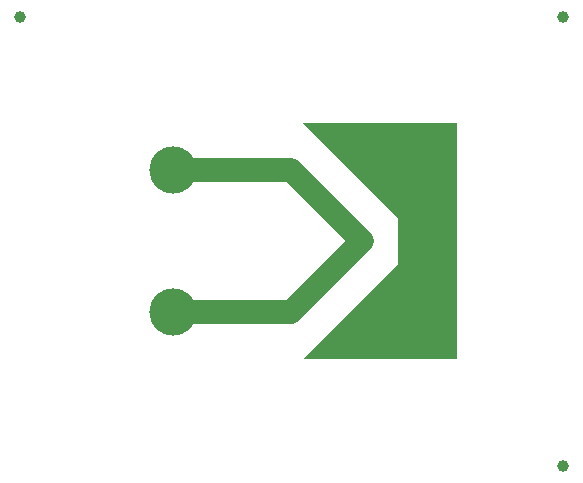
<source format=gbl>
%FSTAX24Y24*%
%MOMM*%
%ADD10C,2*%
%ADD11C,4*%
%ADD12C,1*%
%LPD*%
D10*
X18Y18D02*
G01*
X28D01*
X34Y24D01*
X28Y3D01*
X18D01*
D11*
Y18D03*
Y3D03*
G36*
X29Y14D02*
X42D01*
Y34D01*
X29D01*
X37Y26D01*
Y22D01*
X29Y14D01*
G37*
D12*
X05Y43D03*
X51Y05D03*
Y43D03*
M02*

</source>
